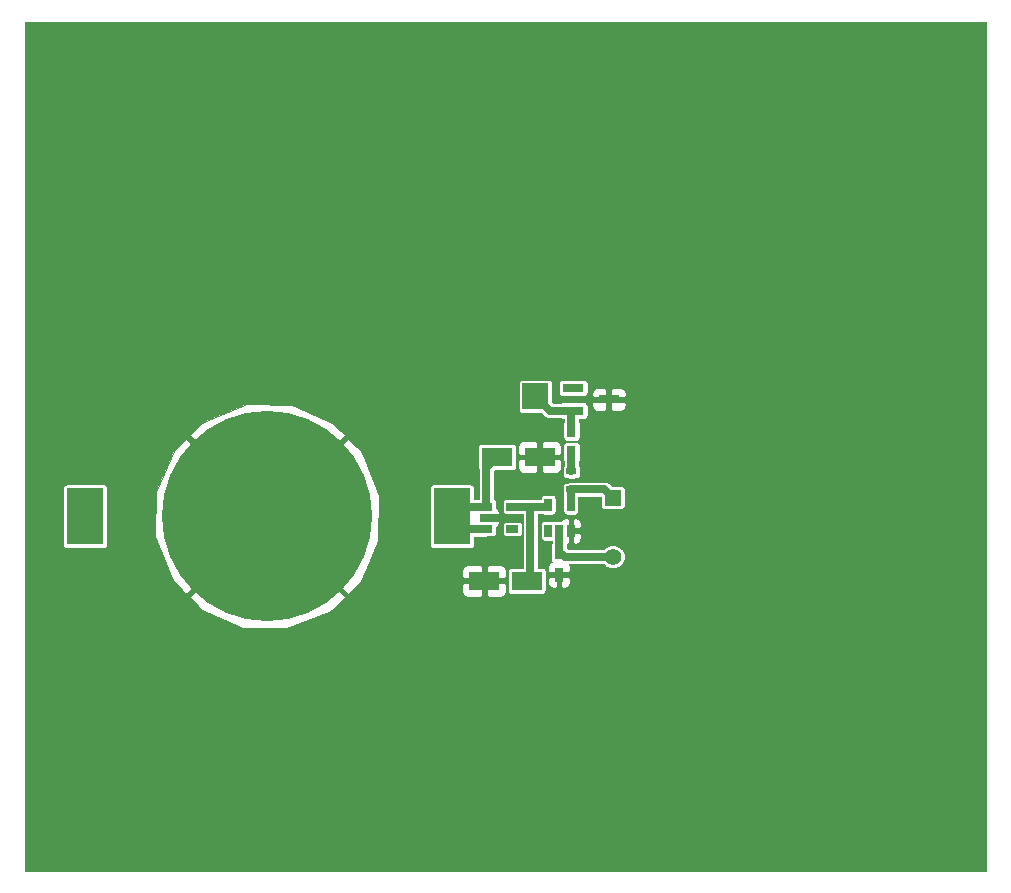
<source format=gbr>
G04 #@! TF.FileFunction,Copper,L1,Top,Signal*
%FSLAX46Y46*%
G04 Gerber Fmt 4.6, Leading zero omitted, Abs format (unit mm)*
G04 Created by KiCad (PCBNEW 4.0.1-stable) date 2/13/2016 12:37:01 PM*
%MOMM*%
G01*
G04 APERTURE LIST*
%ADD10C,0.100000*%
%ADD11R,0.750000X1.200000*%
%ADD12R,1.800860X0.800100*%
%ADD13R,1.400000X1.400000*%
%ADD14C,1.400000*%
%ADD15R,0.900000X0.500000*%
%ADD16R,0.650000X1.060000*%
%ADD17R,1.060000X0.650000*%
%ADD18R,2.600960X1.600200*%
%ADD19R,2.235200X2.235200*%
%ADD20C,17.800000*%
%ADD21R,3.149600X4.780280*%
%ADD22C,0.700000*%
G04 APERTURE END LIST*
D10*
D11*
X172212000Y-104968000D03*
X172212000Y-106868000D03*
D12*
X173441360Y-91061500D03*
X173441360Y-92961500D03*
X176443640Y-92011500D03*
D11*
X173291500Y-96517500D03*
X173291500Y-94617500D03*
D13*
X176784000Y-100330000D03*
D14*
X176784000Y-105330000D03*
D15*
X173291500Y-98119500D03*
X173291500Y-99619500D03*
D16*
X171325500Y-103144500D03*
X172275500Y-103144500D03*
X173225500Y-103144500D03*
X173225500Y-100944500D03*
X171325500Y-100944500D03*
D17*
X166095500Y-101094500D03*
X166095500Y-102044500D03*
X166095500Y-102994500D03*
X168295500Y-102994500D03*
X168295500Y-101094500D03*
D18*
X166982140Y-96901000D03*
X170583860Y-96901000D03*
X169504360Y-107378500D03*
X165902640Y-107378500D03*
D19*
X170243500Y-91757500D03*
D20*
X147537500Y-101917500D03*
D21*
X132118100Y-101917500D03*
X163156900Y-101917500D03*
D22*
X172275500Y-103144500D02*
X172275500Y-104904500D01*
X172275500Y-104904500D02*
X172701000Y-105330000D01*
X172701000Y-105330000D02*
X176784000Y-105330000D01*
X166095500Y-102044500D02*
X167322500Y-102044500D01*
X167322500Y-102044500D02*
X167386000Y-101981000D01*
X173441360Y-92961500D02*
X171447500Y-92961500D01*
X171447500Y-92961500D02*
X170243500Y-91757500D01*
X173291500Y-94617500D02*
X173291500Y-93111360D01*
X173291500Y-93111360D02*
X173441360Y-92961500D01*
X173291500Y-98119500D02*
X173291500Y-96517500D01*
X173291500Y-99619500D02*
X176073500Y-99619500D01*
X176073500Y-99619500D02*
X176784000Y-100330000D01*
X173225500Y-100944500D02*
X173225500Y-99685500D01*
X173225500Y-99685500D02*
X173291500Y-99619500D01*
X169799000Y-101094500D02*
X169799000Y-107083860D01*
X169799000Y-107083860D02*
X169504360Y-107378500D01*
X168295500Y-101094500D02*
X169799000Y-101094500D01*
X169799000Y-101094500D02*
X171175500Y-101094500D01*
X171175500Y-101094500D02*
X171325500Y-100944500D01*
X166095500Y-101094500D02*
X166095500Y-97787640D01*
X166095500Y-97787640D02*
X166982140Y-96901000D01*
X166095500Y-102994500D02*
X164233900Y-102994500D01*
X164233900Y-102994500D02*
X163156900Y-101917500D01*
X166095500Y-101094500D02*
X163979900Y-101094500D01*
X163979900Y-101094500D02*
X163156900Y-101917500D01*
D10*
G36*
X208413000Y-131959000D02*
X126994000Y-131959000D01*
X126994000Y-108773275D01*
X140964568Y-108773275D01*
X142037133Y-109828366D01*
X145483181Y-111331087D01*
X149241980Y-111400674D01*
X152741288Y-110026534D01*
X153037867Y-109828366D01*
X154110432Y-108773275D01*
X147537500Y-102200343D01*
X140964568Y-108773275D01*
X126994000Y-108773275D01*
X126994000Y-99527360D01*
X130237423Y-99527360D01*
X130237423Y-104307640D01*
X130258342Y-104418813D01*
X130324045Y-104520919D01*
X130424297Y-104589418D01*
X130543300Y-104613517D01*
X133692900Y-104613517D01*
X133804073Y-104592598D01*
X133906179Y-104526895D01*
X133974678Y-104426643D01*
X133998777Y-104307640D01*
X133998777Y-103621980D01*
X138054326Y-103621980D01*
X139428466Y-107121288D01*
X139626634Y-107417867D01*
X140681725Y-108490432D01*
X147254657Y-101917500D01*
X147820343Y-101917500D01*
X154393275Y-108490432D01*
X155155090Y-107716000D01*
X164052160Y-107716000D01*
X164052160Y-108288002D01*
X164135892Y-108490150D01*
X164290610Y-108644867D01*
X164492758Y-108728600D01*
X165565140Y-108728600D01*
X165702640Y-108591100D01*
X165702640Y-107578500D01*
X166102640Y-107578500D01*
X166102640Y-108591100D01*
X166240140Y-108728600D01*
X167312522Y-108728600D01*
X167514670Y-108644867D01*
X167669388Y-108490150D01*
X167753120Y-108288002D01*
X167753120Y-107716000D01*
X167615620Y-107578500D01*
X166102640Y-107578500D01*
X165702640Y-107578500D01*
X164189660Y-107578500D01*
X164052160Y-107716000D01*
X155155090Y-107716000D01*
X155448366Y-107417867D01*
X155862140Y-106468998D01*
X164052160Y-106468998D01*
X164052160Y-107041000D01*
X164189660Y-107178500D01*
X165702640Y-107178500D01*
X165702640Y-106165900D01*
X166102640Y-106165900D01*
X166102640Y-107178500D01*
X167615620Y-107178500D01*
X167753120Y-107041000D01*
X167753120Y-106468998D01*
X167669388Y-106266850D01*
X167514670Y-106112133D01*
X167312522Y-106028400D01*
X166240140Y-106028400D01*
X166102640Y-106165900D01*
X165702640Y-106165900D01*
X165565140Y-106028400D01*
X164492758Y-106028400D01*
X164290610Y-106112133D01*
X164135892Y-106266850D01*
X164052160Y-106468998D01*
X155862140Y-106468998D01*
X156951087Y-103971819D01*
X157020674Y-100213020D01*
X156751423Y-99527360D01*
X161276223Y-99527360D01*
X161276223Y-104307640D01*
X161297142Y-104418813D01*
X161362845Y-104520919D01*
X161463097Y-104589418D01*
X161582100Y-104613517D01*
X164731700Y-104613517D01*
X164842873Y-104592598D01*
X164944979Y-104526895D01*
X165013478Y-104426643D01*
X165037577Y-104307640D01*
X165037577Y-103644500D01*
X166095500Y-103644500D01*
X166191638Y-103625377D01*
X166625500Y-103625377D01*
X166736673Y-103604458D01*
X166838779Y-103538755D01*
X166907278Y-103438503D01*
X166931377Y-103319500D01*
X166931377Y-102838117D01*
X166937050Y-102835767D01*
X167091768Y-102681050D01*
X167096552Y-102669500D01*
X167459623Y-102669500D01*
X167459623Y-103319500D01*
X167480542Y-103430673D01*
X167546245Y-103532779D01*
X167646497Y-103601278D01*
X167765500Y-103625377D01*
X168825500Y-103625377D01*
X168936673Y-103604458D01*
X169038779Y-103538755D01*
X169107278Y-103438503D01*
X169131377Y-103319500D01*
X169131377Y-102669500D01*
X169110458Y-102558327D01*
X169044755Y-102456221D01*
X168944503Y-102387722D01*
X168825500Y-102363623D01*
X167765500Y-102363623D01*
X167654327Y-102384542D01*
X167552221Y-102450245D01*
X167483722Y-102550497D01*
X167459623Y-102669500D01*
X167096552Y-102669500D01*
X167175500Y-102478902D01*
X167175500Y-102344500D01*
X167038000Y-102207000D01*
X166295500Y-102207000D01*
X166295500Y-102264500D01*
X165895500Y-102264500D01*
X165895500Y-102207000D01*
X165875500Y-102207000D01*
X165875500Y-101882000D01*
X165895500Y-101882000D01*
X165895500Y-101824500D01*
X166295500Y-101824500D01*
X166295500Y-101882000D01*
X167038000Y-101882000D01*
X167175500Y-101744500D01*
X167175500Y-101610098D01*
X167091768Y-101407950D01*
X166937050Y-101253233D01*
X166931377Y-101250883D01*
X166931377Y-100769500D01*
X167459623Y-100769500D01*
X167459623Y-101419500D01*
X167480542Y-101530673D01*
X167546245Y-101632779D01*
X167646497Y-101701278D01*
X167765500Y-101725377D01*
X168199362Y-101725377D01*
X168295500Y-101744500D01*
X169149000Y-101744500D01*
X169149000Y-106272523D01*
X168203880Y-106272523D01*
X168092707Y-106293442D01*
X167990601Y-106359145D01*
X167922102Y-106459397D01*
X167898003Y-106578400D01*
X167898003Y-108178600D01*
X167918922Y-108289773D01*
X167984625Y-108391879D01*
X168084877Y-108460378D01*
X168203880Y-108484477D01*
X170804840Y-108484477D01*
X170916013Y-108463558D01*
X171018119Y-108397855D01*
X171086618Y-108297603D01*
X171110717Y-108178600D01*
X171110717Y-107205500D01*
X171287000Y-107205500D01*
X171287000Y-107577402D01*
X171370733Y-107779550D01*
X171525450Y-107934268D01*
X171727598Y-108018000D01*
X171887000Y-108018000D01*
X172024500Y-107880500D01*
X172024500Y-107068000D01*
X172399500Y-107068000D01*
X172399500Y-107880500D01*
X172537000Y-108018000D01*
X172696402Y-108018000D01*
X172898550Y-107934268D01*
X173053267Y-107779550D01*
X173137000Y-107577402D01*
X173137000Y-107205500D01*
X172999500Y-107068000D01*
X172399500Y-107068000D01*
X172024500Y-107068000D01*
X171424500Y-107068000D01*
X171287000Y-107205500D01*
X171110717Y-107205500D01*
X171110717Y-106578400D01*
X171089798Y-106467227D01*
X171024095Y-106365121D01*
X170923843Y-106296622D01*
X170804840Y-106272523D01*
X170449000Y-106272523D01*
X170449000Y-102614500D01*
X170694623Y-102614500D01*
X170694623Y-103674500D01*
X170715542Y-103785673D01*
X170781245Y-103887779D01*
X170881497Y-103956278D01*
X171000500Y-103980377D01*
X171625500Y-103980377D01*
X171625500Y-104147600D01*
X171623721Y-104148745D01*
X171555222Y-104248997D01*
X171531123Y-104368000D01*
X171531123Y-105568000D01*
X171552042Y-105679173D01*
X171608713Y-105767243D01*
X171525450Y-105801732D01*
X171370733Y-105956450D01*
X171287000Y-106158598D01*
X171287000Y-106530500D01*
X171424500Y-106668000D01*
X172024500Y-106668000D01*
X172024500Y-106648000D01*
X172399500Y-106648000D01*
X172399500Y-106668000D01*
X172999500Y-106668000D01*
X173137000Y-106530500D01*
X173137000Y-106158598D01*
X173063022Y-105980000D01*
X176019886Y-105980000D01*
X176216806Y-106177264D01*
X176584215Y-106329826D01*
X176982040Y-106330173D01*
X177349714Y-106178253D01*
X177631264Y-105897194D01*
X177783826Y-105529785D01*
X177784173Y-105131960D01*
X177632253Y-104764286D01*
X177351194Y-104482736D01*
X176983785Y-104330174D01*
X176585960Y-104329827D01*
X176218286Y-104481747D01*
X176019687Y-104680000D01*
X172970238Y-104680000D01*
X172925500Y-104635262D01*
X172925500Y-104224500D01*
X173063000Y-104087000D01*
X173063000Y-103344500D01*
X173388000Y-103344500D01*
X173388000Y-104087000D01*
X173525500Y-104224500D01*
X173659902Y-104224500D01*
X173862050Y-104140768D01*
X174016767Y-103986050D01*
X174100500Y-103783902D01*
X174100500Y-103482000D01*
X173963000Y-103344500D01*
X173388000Y-103344500D01*
X173063000Y-103344500D01*
X173005500Y-103344500D01*
X173005500Y-102944500D01*
X173063000Y-102944500D01*
X173063000Y-102202000D01*
X173388000Y-102202000D01*
X173388000Y-102944500D01*
X173963000Y-102944500D01*
X174100500Y-102807000D01*
X174100500Y-102505098D01*
X174016767Y-102302950D01*
X173862050Y-102148232D01*
X173659902Y-102064500D01*
X173525500Y-102064500D01*
X173388000Y-102202000D01*
X173063000Y-102202000D01*
X172925500Y-102064500D01*
X172791098Y-102064500D01*
X172588950Y-102148232D01*
X172434233Y-102302950D01*
X172431883Y-102308623D01*
X171950500Y-102308623D01*
X171839327Y-102329542D01*
X171800971Y-102354223D01*
X171769503Y-102332722D01*
X171650500Y-102308623D01*
X171000500Y-102308623D01*
X170889327Y-102329542D01*
X170787221Y-102395245D01*
X170718722Y-102495497D01*
X170694623Y-102614500D01*
X170449000Y-102614500D01*
X170449000Y-101744500D01*
X170864259Y-101744500D01*
X170881497Y-101756278D01*
X171000500Y-101780377D01*
X171650500Y-101780377D01*
X171761673Y-101759458D01*
X171863779Y-101693755D01*
X171932278Y-101593503D01*
X171956377Y-101474500D01*
X171956377Y-101040636D01*
X171975499Y-100944500D01*
X171956377Y-100848364D01*
X171956377Y-100414500D01*
X171935458Y-100303327D01*
X171869755Y-100201221D01*
X171769503Y-100132722D01*
X171650500Y-100108623D01*
X171000500Y-100108623D01*
X170889327Y-100129542D01*
X170787221Y-100195245D01*
X170718722Y-100295497D01*
X170694623Y-100414500D01*
X170694623Y-100444500D01*
X168295500Y-100444500D01*
X168199362Y-100463623D01*
X167765500Y-100463623D01*
X167654327Y-100484542D01*
X167552221Y-100550245D01*
X167483722Y-100650497D01*
X167459623Y-100769500D01*
X166931377Y-100769500D01*
X166910458Y-100658327D01*
X166844755Y-100556221D01*
X166745500Y-100488403D01*
X166745500Y-99369500D01*
X172535623Y-99369500D01*
X172535623Y-99869500D01*
X172556542Y-99980673D01*
X172575500Y-100010135D01*
X172575500Y-100944500D01*
X172594623Y-101040638D01*
X172594623Y-101474500D01*
X172615542Y-101585673D01*
X172681245Y-101687779D01*
X172781497Y-101756278D01*
X172900500Y-101780377D01*
X173550500Y-101780377D01*
X173661673Y-101759458D01*
X173763779Y-101693755D01*
X173832278Y-101593503D01*
X173856377Y-101474500D01*
X173856377Y-101040638D01*
X173875500Y-100944500D01*
X173875500Y-100269500D01*
X175778123Y-100269500D01*
X175778123Y-101030000D01*
X175799042Y-101141173D01*
X175864745Y-101243279D01*
X175964997Y-101311778D01*
X176084000Y-101335877D01*
X177484000Y-101335877D01*
X177595173Y-101314958D01*
X177697279Y-101249255D01*
X177765778Y-101149003D01*
X177789877Y-101030000D01*
X177789877Y-99630000D01*
X177768958Y-99518827D01*
X177703255Y-99416721D01*
X177603003Y-99348222D01*
X177484000Y-99324123D01*
X176697361Y-99324123D01*
X176533119Y-99159881D01*
X176322245Y-99018978D01*
X176280976Y-99010769D01*
X176073500Y-98969500D01*
X173291500Y-98969500D01*
X173084024Y-99010769D01*
X173042755Y-99018978D01*
X172975940Y-99063623D01*
X172841500Y-99063623D01*
X172730327Y-99084542D01*
X172628221Y-99150245D01*
X172559722Y-99250497D01*
X172535623Y-99369500D01*
X166745500Y-99369500D01*
X166745500Y-98056878D01*
X166795401Y-98006977D01*
X168282620Y-98006977D01*
X168393793Y-97986058D01*
X168495899Y-97920355D01*
X168564398Y-97820103D01*
X168588497Y-97701100D01*
X168588497Y-97238500D01*
X168733380Y-97238500D01*
X168733380Y-97810502D01*
X168817112Y-98012650D01*
X168971830Y-98167367D01*
X169173978Y-98251100D01*
X170246360Y-98251100D01*
X170383860Y-98113600D01*
X170383860Y-97101000D01*
X170783860Y-97101000D01*
X170783860Y-98113600D01*
X170921360Y-98251100D01*
X171993742Y-98251100D01*
X172195890Y-98167367D01*
X172350608Y-98012650D01*
X172409902Y-97869500D01*
X172535623Y-97869500D01*
X172535623Y-98369500D01*
X172556542Y-98480673D01*
X172622245Y-98582779D01*
X172722497Y-98651278D01*
X172841500Y-98675377D01*
X172975940Y-98675377D01*
X173042756Y-98720022D01*
X173291500Y-98769500D01*
X173540244Y-98720022D01*
X173607060Y-98675377D01*
X173741500Y-98675377D01*
X173852673Y-98654458D01*
X173954779Y-98588755D01*
X174023278Y-98488503D01*
X174047377Y-98369500D01*
X174047377Y-97869500D01*
X174026458Y-97758327D01*
X173960755Y-97656221D01*
X173941500Y-97643065D01*
X173941500Y-97246423D01*
X173948278Y-97236503D01*
X173972377Y-97117500D01*
X173972377Y-95917500D01*
X173951458Y-95806327D01*
X173885755Y-95704221D01*
X173785503Y-95635722D01*
X173666500Y-95611623D01*
X172916500Y-95611623D01*
X172805327Y-95632542D01*
X172703221Y-95698245D01*
X172634722Y-95798497D01*
X172610623Y-95917500D01*
X172610623Y-97117500D01*
X172631542Y-97228673D01*
X172641500Y-97244148D01*
X172641500Y-97641700D01*
X172628221Y-97650245D01*
X172559722Y-97750497D01*
X172535623Y-97869500D01*
X172409902Y-97869500D01*
X172434340Y-97810502D01*
X172434340Y-97238500D01*
X172296840Y-97101000D01*
X170783860Y-97101000D01*
X170383860Y-97101000D01*
X168870880Y-97101000D01*
X168733380Y-97238500D01*
X168588497Y-97238500D01*
X168588497Y-96100900D01*
X168567912Y-95991498D01*
X168733380Y-95991498D01*
X168733380Y-96563500D01*
X168870880Y-96701000D01*
X170383860Y-96701000D01*
X170383860Y-95688400D01*
X170783860Y-95688400D01*
X170783860Y-96701000D01*
X172296840Y-96701000D01*
X172434340Y-96563500D01*
X172434340Y-95991498D01*
X172350608Y-95789350D01*
X172195890Y-95634633D01*
X171993742Y-95550900D01*
X170921360Y-95550900D01*
X170783860Y-95688400D01*
X170383860Y-95688400D01*
X170246360Y-95550900D01*
X169173978Y-95550900D01*
X168971830Y-95634633D01*
X168817112Y-95789350D01*
X168733380Y-95991498D01*
X168567912Y-95991498D01*
X168567578Y-95989727D01*
X168501875Y-95887621D01*
X168401623Y-95819122D01*
X168282620Y-95795023D01*
X165681660Y-95795023D01*
X165570487Y-95815942D01*
X165468381Y-95881645D01*
X165399882Y-95981897D01*
X165375783Y-96100900D01*
X165375783Y-97701100D01*
X165396702Y-97812273D01*
X165445500Y-97888108D01*
X165445500Y-100444500D01*
X165037577Y-100444500D01*
X165037577Y-99527360D01*
X165016658Y-99416187D01*
X164950955Y-99314081D01*
X164850703Y-99245582D01*
X164731700Y-99221483D01*
X161582100Y-99221483D01*
X161470927Y-99242402D01*
X161368821Y-99308105D01*
X161300322Y-99408357D01*
X161276223Y-99527360D01*
X156751423Y-99527360D01*
X155646534Y-96713712D01*
X155448366Y-96417133D01*
X154393275Y-95344568D01*
X147820343Y-101917500D01*
X147254657Y-101917500D01*
X140681725Y-95344568D01*
X139626634Y-96417133D01*
X138123913Y-99863181D01*
X138054326Y-103621980D01*
X133998777Y-103621980D01*
X133998777Y-99527360D01*
X133977858Y-99416187D01*
X133912155Y-99314081D01*
X133811903Y-99245582D01*
X133692900Y-99221483D01*
X130543300Y-99221483D01*
X130432127Y-99242402D01*
X130330021Y-99308105D01*
X130261522Y-99408357D01*
X130237423Y-99527360D01*
X126994000Y-99527360D01*
X126994000Y-95061725D01*
X140964568Y-95061725D01*
X147537500Y-101634657D01*
X154110432Y-95061725D01*
X153037867Y-94006634D01*
X149591819Y-92503913D01*
X145833020Y-92434326D01*
X142333712Y-93808466D01*
X142037133Y-94006634D01*
X140964568Y-95061725D01*
X126994000Y-95061725D01*
X126994000Y-90639900D01*
X168820023Y-90639900D01*
X168820023Y-92875100D01*
X168840942Y-92986273D01*
X168906645Y-93088379D01*
X169006897Y-93156878D01*
X169125900Y-93180977D01*
X170747739Y-93180977D01*
X170987881Y-93421119D01*
X171198755Y-93562022D01*
X171240024Y-93570231D01*
X171447500Y-93611500D01*
X172375345Y-93611500D01*
X172421927Y-93643328D01*
X172540930Y-93667427D01*
X172641500Y-93667427D01*
X172641500Y-93888577D01*
X172634722Y-93898497D01*
X172610623Y-94017500D01*
X172610623Y-95217500D01*
X172631542Y-95328673D01*
X172697245Y-95430779D01*
X172797497Y-95499278D01*
X172916500Y-95523377D01*
X173666500Y-95523377D01*
X173777673Y-95502458D01*
X173879779Y-95436755D01*
X173948278Y-95336503D01*
X173972377Y-95217500D01*
X173972377Y-94017500D01*
X173951458Y-93906327D01*
X173941500Y-93890852D01*
X173941500Y-93667427D01*
X174341790Y-93667427D01*
X174452963Y-93646508D01*
X174555069Y-93580805D01*
X174623568Y-93480553D01*
X174647667Y-93361550D01*
X174647667Y-92561450D01*
X174626748Y-92450277D01*
X174561579Y-92349000D01*
X174993210Y-92349000D01*
X174993210Y-92520952D01*
X175076943Y-92723100D01*
X175231660Y-92877818D01*
X175433808Y-92961550D01*
X176106140Y-92961550D01*
X176243640Y-92824050D01*
X176243640Y-92211500D01*
X176643640Y-92211500D01*
X176643640Y-92824050D01*
X176781140Y-92961550D01*
X177453472Y-92961550D01*
X177655620Y-92877818D01*
X177810337Y-92723100D01*
X177894070Y-92520952D01*
X177894070Y-92349000D01*
X177756570Y-92211500D01*
X176643640Y-92211500D01*
X176243640Y-92211500D01*
X175130710Y-92211500D01*
X174993210Y-92349000D01*
X174561579Y-92349000D01*
X174561045Y-92348171D01*
X174460793Y-92279672D01*
X174341790Y-92255573D01*
X172540930Y-92255573D01*
X172429757Y-92276492D01*
X172375353Y-92311500D01*
X171716738Y-92311500D01*
X171666977Y-92261739D01*
X171666977Y-90661450D01*
X172235053Y-90661450D01*
X172235053Y-91461550D01*
X172255972Y-91572723D01*
X172321675Y-91674829D01*
X172421927Y-91743328D01*
X172540930Y-91767427D01*
X174341790Y-91767427D01*
X174452963Y-91746508D01*
X174555069Y-91680805D01*
X174623568Y-91580553D01*
X174639465Y-91502048D01*
X174993210Y-91502048D01*
X174993210Y-91674000D01*
X175130710Y-91811500D01*
X176243640Y-91811500D01*
X176243640Y-91198950D01*
X176643640Y-91198950D01*
X176643640Y-91811500D01*
X177756570Y-91811500D01*
X177894070Y-91674000D01*
X177894070Y-91502048D01*
X177810337Y-91299900D01*
X177655620Y-91145182D01*
X177453472Y-91061450D01*
X176781140Y-91061450D01*
X176643640Y-91198950D01*
X176243640Y-91198950D01*
X176106140Y-91061450D01*
X175433808Y-91061450D01*
X175231660Y-91145182D01*
X175076943Y-91299900D01*
X174993210Y-91502048D01*
X174639465Y-91502048D01*
X174647667Y-91461550D01*
X174647667Y-90661450D01*
X174626748Y-90550277D01*
X174561045Y-90448171D01*
X174460793Y-90379672D01*
X174341790Y-90355573D01*
X172540930Y-90355573D01*
X172429757Y-90376492D01*
X172327651Y-90442195D01*
X172259152Y-90542447D01*
X172235053Y-90661450D01*
X171666977Y-90661450D01*
X171666977Y-90639900D01*
X171646058Y-90528727D01*
X171580355Y-90426621D01*
X171480103Y-90358122D01*
X171361100Y-90334023D01*
X169125900Y-90334023D01*
X169014727Y-90354942D01*
X168912621Y-90420645D01*
X168844122Y-90520897D01*
X168820023Y-90639900D01*
X126994000Y-90639900D01*
X126994000Y-60065000D01*
X208413000Y-60065000D01*
X208413000Y-131959000D01*
X208413000Y-131959000D01*
G37*
X208413000Y-131959000D02*
X126994000Y-131959000D01*
X126994000Y-108773275D01*
X140964568Y-108773275D01*
X142037133Y-109828366D01*
X145483181Y-111331087D01*
X149241980Y-111400674D01*
X152741288Y-110026534D01*
X153037867Y-109828366D01*
X154110432Y-108773275D01*
X147537500Y-102200343D01*
X140964568Y-108773275D01*
X126994000Y-108773275D01*
X126994000Y-99527360D01*
X130237423Y-99527360D01*
X130237423Y-104307640D01*
X130258342Y-104418813D01*
X130324045Y-104520919D01*
X130424297Y-104589418D01*
X130543300Y-104613517D01*
X133692900Y-104613517D01*
X133804073Y-104592598D01*
X133906179Y-104526895D01*
X133974678Y-104426643D01*
X133998777Y-104307640D01*
X133998777Y-103621980D01*
X138054326Y-103621980D01*
X139428466Y-107121288D01*
X139626634Y-107417867D01*
X140681725Y-108490432D01*
X147254657Y-101917500D01*
X147820343Y-101917500D01*
X154393275Y-108490432D01*
X155155090Y-107716000D01*
X164052160Y-107716000D01*
X164052160Y-108288002D01*
X164135892Y-108490150D01*
X164290610Y-108644867D01*
X164492758Y-108728600D01*
X165565140Y-108728600D01*
X165702640Y-108591100D01*
X165702640Y-107578500D01*
X166102640Y-107578500D01*
X166102640Y-108591100D01*
X166240140Y-108728600D01*
X167312522Y-108728600D01*
X167514670Y-108644867D01*
X167669388Y-108490150D01*
X167753120Y-108288002D01*
X167753120Y-107716000D01*
X167615620Y-107578500D01*
X166102640Y-107578500D01*
X165702640Y-107578500D01*
X164189660Y-107578500D01*
X164052160Y-107716000D01*
X155155090Y-107716000D01*
X155448366Y-107417867D01*
X155862140Y-106468998D01*
X164052160Y-106468998D01*
X164052160Y-107041000D01*
X164189660Y-107178500D01*
X165702640Y-107178500D01*
X165702640Y-106165900D01*
X166102640Y-106165900D01*
X166102640Y-107178500D01*
X167615620Y-107178500D01*
X167753120Y-107041000D01*
X167753120Y-106468998D01*
X167669388Y-106266850D01*
X167514670Y-106112133D01*
X167312522Y-106028400D01*
X166240140Y-106028400D01*
X166102640Y-106165900D01*
X165702640Y-106165900D01*
X165565140Y-106028400D01*
X164492758Y-106028400D01*
X164290610Y-106112133D01*
X164135892Y-106266850D01*
X164052160Y-106468998D01*
X155862140Y-106468998D01*
X156951087Y-103971819D01*
X157020674Y-100213020D01*
X156751423Y-99527360D01*
X161276223Y-99527360D01*
X161276223Y-104307640D01*
X161297142Y-104418813D01*
X161362845Y-104520919D01*
X161463097Y-104589418D01*
X161582100Y-104613517D01*
X164731700Y-104613517D01*
X164842873Y-104592598D01*
X164944979Y-104526895D01*
X165013478Y-104426643D01*
X165037577Y-104307640D01*
X165037577Y-103644500D01*
X166095500Y-103644500D01*
X166191638Y-103625377D01*
X166625500Y-103625377D01*
X166736673Y-103604458D01*
X166838779Y-103538755D01*
X166907278Y-103438503D01*
X166931377Y-103319500D01*
X166931377Y-102838117D01*
X166937050Y-102835767D01*
X167091768Y-102681050D01*
X167096552Y-102669500D01*
X167459623Y-102669500D01*
X167459623Y-103319500D01*
X167480542Y-103430673D01*
X167546245Y-103532779D01*
X167646497Y-103601278D01*
X167765500Y-103625377D01*
X168825500Y-103625377D01*
X168936673Y-103604458D01*
X169038779Y-103538755D01*
X169107278Y-103438503D01*
X169131377Y-103319500D01*
X169131377Y-102669500D01*
X169110458Y-102558327D01*
X169044755Y-102456221D01*
X168944503Y-102387722D01*
X168825500Y-102363623D01*
X167765500Y-102363623D01*
X167654327Y-102384542D01*
X167552221Y-102450245D01*
X167483722Y-102550497D01*
X167459623Y-102669500D01*
X167096552Y-102669500D01*
X167175500Y-102478902D01*
X167175500Y-102344500D01*
X167038000Y-102207000D01*
X166295500Y-102207000D01*
X166295500Y-102264500D01*
X165895500Y-102264500D01*
X165895500Y-102207000D01*
X165875500Y-102207000D01*
X165875500Y-101882000D01*
X165895500Y-101882000D01*
X165895500Y-101824500D01*
X166295500Y-101824500D01*
X166295500Y-101882000D01*
X167038000Y-101882000D01*
X167175500Y-101744500D01*
X167175500Y-101610098D01*
X167091768Y-101407950D01*
X166937050Y-101253233D01*
X166931377Y-101250883D01*
X166931377Y-100769500D01*
X167459623Y-100769500D01*
X167459623Y-101419500D01*
X167480542Y-101530673D01*
X167546245Y-101632779D01*
X167646497Y-101701278D01*
X167765500Y-101725377D01*
X168199362Y-101725377D01*
X168295500Y-101744500D01*
X169149000Y-101744500D01*
X169149000Y-106272523D01*
X168203880Y-106272523D01*
X168092707Y-106293442D01*
X167990601Y-106359145D01*
X167922102Y-106459397D01*
X167898003Y-106578400D01*
X167898003Y-108178600D01*
X167918922Y-108289773D01*
X167984625Y-108391879D01*
X168084877Y-108460378D01*
X168203880Y-108484477D01*
X170804840Y-108484477D01*
X170916013Y-108463558D01*
X171018119Y-108397855D01*
X171086618Y-108297603D01*
X171110717Y-108178600D01*
X171110717Y-107205500D01*
X171287000Y-107205500D01*
X171287000Y-107577402D01*
X171370733Y-107779550D01*
X171525450Y-107934268D01*
X171727598Y-108018000D01*
X171887000Y-108018000D01*
X172024500Y-107880500D01*
X172024500Y-107068000D01*
X172399500Y-107068000D01*
X172399500Y-107880500D01*
X172537000Y-108018000D01*
X172696402Y-108018000D01*
X172898550Y-107934268D01*
X173053267Y-107779550D01*
X173137000Y-107577402D01*
X173137000Y-107205500D01*
X172999500Y-107068000D01*
X172399500Y-107068000D01*
X172024500Y-107068000D01*
X171424500Y-107068000D01*
X171287000Y-107205500D01*
X171110717Y-107205500D01*
X171110717Y-106578400D01*
X171089798Y-106467227D01*
X171024095Y-106365121D01*
X170923843Y-106296622D01*
X170804840Y-106272523D01*
X170449000Y-106272523D01*
X170449000Y-102614500D01*
X170694623Y-102614500D01*
X170694623Y-103674500D01*
X170715542Y-103785673D01*
X170781245Y-103887779D01*
X170881497Y-103956278D01*
X171000500Y-103980377D01*
X171625500Y-103980377D01*
X171625500Y-104147600D01*
X171623721Y-104148745D01*
X171555222Y-104248997D01*
X171531123Y-104368000D01*
X171531123Y-105568000D01*
X171552042Y-105679173D01*
X171608713Y-105767243D01*
X171525450Y-105801732D01*
X171370733Y-105956450D01*
X171287000Y-106158598D01*
X171287000Y-106530500D01*
X171424500Y-106668000D01*
X172024500Y-106668000D01*
X172024500Y-106648000D01*
X172399500Y-106648000D01*
X172399500Y-106668000D01*
X172999500Y-106668000D01*
X173137000Y-106530500D01*
X173137000Y-106158598D01*
X173063022Y-105980000D01*
X176019886Y-105980000D01*
X176216806Y-106177264D01*
X176584215Y-106329826D01*
X176982040Y-106330173D01*
X177349714Y-106178253D01*
X177631264Y-105897194D01*
X177783826Y-105529785D01*
X177784173Y-105131960D01*
X177632253Y-104764286D01*
X177351194Y-104482736D01*
X176983785Y-104330174D01*
X176585960Y-104329827D01*
X176218286Y-104481747D01*
X176019687Y-104680000D01*
X172970238Y-104680000D01*
X172925500Y-104635262D01*
X172925500Y-104224500D01*
X173063000Y-104087000D01*
X173063000Y-103344500D01*
X173388000Y-103344500D01*
X173388000Y-104087000D01*
X173525500Y-104224500D01*
X173659902Y-104224500D01*
X173862050Y-104140768D01*
X174016767Y-103986050D01*
X174100500Y-103783902D01*
X174100500Y-103482000D01*
X173963000Y-103344500D01*
X173388000Y-103344500D01*
X173063000Y-103344500D01*
X173005500Y-103344500D01*
X173005500Y-102944500D01*
X173063000Y-102944500D01*
X173063000Y-102202000D01*
X173388000Y-102202000D01*
X173388000Y-102944500D01*
X173963000Y-102944500D01*
X174100500Y-102807000D01*
X174100500Y-102505098D01*
X174016767Y-102302950D01*
X173862050Y-102148232D01*
X173659902Y-102064500D01*
X173525500Y-102064500D01*
X173388000Y-102202000D01*
X173063000Y-102202000D01*
X172925500Y-102064500D01*
X172791098Y-102064500D01*
X172588950Y-102148232D01*
X172434233Y-102302950D01*
X172431883Y-102308623D01*
X171950500Y-102308623D01*
X171839327Y-102329542D01*
X171800971Y-102354223D01*
X171769503Y-102332722D01*
X171650500Y-102308623D01*
X171000500Y-102308623D01*
X170889327Y-102329542D01*
X170787221Y-102395245D01*
X170718722Y-102495497D01*
X170694623Y-102614500D01*
X170449000Y-102614500D01*
X170449000Y-101744500D01*
X170864259Y-101744500D01*
X170881497Y-101756278D01*
X171000500Y-101780377D01*
X171650500Y-101780377D01*
X171761673Y-101759458D01*
X171863779Y-101693755D01*
X171932278Y-101593503D01*
X171956377Y-101474500D01*
X171956377Y-101040636D01*
X171975499Y-100944500D01*
X171956377Y-100848364D01*
X171956377Y-100414500D01*
X171935458Y-100303327D01*
X171869755Y-100201221D01*
X171769503Y-100132722D01*
X171650500Y-100108623D01*
X171000500Y-100108623D01*
X170889327Y-100129542D01*
X170787221Y-100195245D01*
X170718722Y-100295497D01*
X170694623Y-100414500D01*
X170694623Y-100444500D01*
X168295500Y-100444500D01*
X168199362Y-100463623D01*
X167765500Y-100463623D01*
X167654327Y-100484542D01*
X167552221Y-100550245D01*
X167483722Y-100650497D01*
X167459623Y-100769500D01*
X166931377Y-100769500D01*
X166910458Y-100658327D01*
X166844755Y-100556221D01*
X166745500Y-100488403D01*
X166745500Y-99369500D01*
X172535623Y-99369500D01*
X172535623Y-99869500D01*
X172556542Y-99980673D01*
X172575500Y-100010135D01*
X172575500Y-100944500D01*
X172594623Y-101040638D01*
X172594623Y-101474500D01*
X172615542Y-101585673D01*
X172681245Y-101687779D01*
X172781497Y-101756278D01*
X172900500Y-101780377D01*
X173550500Y-101780377D01*
X173661673Y-101759458D01*
X173763779Y-101693755D01*
X173832278Y-101593503D01*
X173856377Y-101474500D01*
X173856377Y-101040638D01*
X173875500Y-100944500D01*
X173875500Y-100269500D01*
X175778123Y-100269500D01*
X175778123Y-101030000D01*
X175799042Y-101141173D01*
X175864745Y-101243279D01*
X175964997Y-101311778D01*
X176084000Y-101335877D01*
X177484000Y-101335877D01*
X177595173Y-101314958D01*
X177697279Y-101249255D01*
X177765778Y-101149003D01*
X177789877Y-101030000D01*
X177789877Y-99630000D01*
X177768958Y-99518827D01*
X177703255Y-99416721D01*
X177603003Y-99348222D01*
X177484000Y-99324123D01*
X176697361Y-99324123D01*
X176533119Y-99159881D01*
X176322245Y-99018978D01*
X176280976Y-99010769D01*
X176073500Y-98969500D01*
X173291500Y-98969500D01*
X173084024Y-99010769D01*
X173042755Y-99018978D01*
X172975940Y-99063623D01*
X172841500Y-99063623D01*
X172730327Y-99084542D01*
X172628221Y-99150245D01*
X172559722Y-99250497D01*
X172535623Y-99369500D01*
X166745500Y-99369500D01*
X166745500Y-98056878D01*
X166795401Y-98006977D01*
X168282620Y-98006977D01*
X168393793Y-97986058D01*
X168495899Y-97920355D01*
X168564398Y-97820103D01*
X168588497Y-97701100D01*
X168588497Y-97238500D01*
X168733380Y-97238500D01*
X168733380Y-97810502D01*
X168817112Y-98012650D01*
X168971830Y-98167367D01*
X169173978Y-98251100D01*
X170246360Y-98251100D01*
X170383860Y-98113600D01*
X170383860Y-97101000D01*
X170783860Y-97101000D01*
X170783860Y-98113600D01*
X170921360Y-98251100D01*
X171993742Y-98251100D01*
X172195890Y-98167367D01*
X172350608Y-98012650D01*
X172409902Y-97869500D01*
X172535623Y-97869500D01*
X172535623Y-98369500D01*
X172556542Y-98480673D01*
X172622245Y-98582779D01*
X172722497Y-98651278D01*
X172841500Y-98675377D01*
X172975940Y-98675377D01*
X173042756Y-98720022D01*
X173291500Y-98769500D01*
X173540244Y-98720022D01*
X173607060Y-98675377D01*
X173741500Y-98675377D01*
X173852673Y-98654458D01*
X173954779Y-98588755D01*
X174023278Y-98488503D01*
X174047377Y-98369500D01*
X174047377Y-97869500D01*
X174026458Y-97758327D01*
X173960755Y-97656221D01*
X173941500Y-97643065D01*
X173941500Y-97246423D01*
X173948278Y-97236503D01*
X173972377Y-97117500D01*
X173972377Y-95917500D01*
X173951458Y-95806327D01*
X173885755Y-95704221D01*
X173785503Y-95635722D01*
X173666500Y-95611623D01*
X172916500Y-95611623D01*
X172805327Y-95632542D01*
X172703221Y-95698245D01*
X172634722Y-95798497D01*
X172610623Y-95917500D01*
X172610623Y-97117500D01*
X172631542Y-97228673D01*
X172641500Y-97244148D01*
X172641500Y-97641700D01*
X172628221Y-97650245D01*
X172559722Y-97750497D01*
X172535623Y-97869500D01*
X172409902Y-97869500D01*
X172434340Y-97810502D01*
X172434340Y-97238500D01*
X172296840Y-97101000D01*
X170783860Y-97101000D01*
X170383860Y-97101000D01*
X168870880Y-97101000D01*
X168733380Y-97238500D01*
X168588497Y-97238500D01*
X168588497Y-96100900D01*
X168567912Y-95991498D01*
X168733380Y-95991498D01*
X168733380Y-96563500D01*
X168870880Y-96701000D01*
X170383860Y-96701000D01*
X170383860Y-95688400D01*
X170783860Y-95688400D01*
X170783860Y-96701000D01*
X172296840Y-96701000D01*
X172434340Y-96563500D01*
X172434340Y-95991498D01*
X172350608Y-95789350D01*
X172195890Y-95634633D01*
X171993742Y-95550900D01*
X170921360Y-95550900D01*
X170783860Y-95688400D01*
X170383860Y-95688400D01*
X170246360Y-95550900D01*
X169173978Y-95550900D01*
X168971830Y-95634633D01*
X168817112Y-95789350D01*
X168733380Y-95991498D01*
X168567912Y-95991498D01*
X168567578Y-95989727D01*
X168501875Y-95887621D01*
X168401623Y-95819122D01*
X168282620Y-95795023D01*
X165681660Y-95795023D01*
X165570487Y-95815942D01*
X165468381Y-95881645D01*
X165399882Y-95981897D01*
X165375783Y-96100900D01*
X165375783Y-97701100D01*
X165396702Y-97812273D01*
X165445500Y-97888108D01*
X165445500Y-100444500D01*
X165037577Y-100444500D01*
X165037577Y-99527360D01*
X165016658Y-99416187D01*
X164950955Y-99314081D01*
X164850703Y-99245582D01*
X164731700Y-99221483D01*
X161582100Y-99221483D01*
X161470927Y-99242402D01*
X161368821Y-99308105D01*
X161300322Y-99408357D01*
X161276223Y-99527360D01*
X156751423Y-99527360D01*
X155646534Y-96713712D01*
X155448366Y-96417133D01*
X154393275Y-95344568D01*
X147820343Y-101917500D01*
X147254657Y-101917500D01*
X140681725Y-95344568D01*
X139626634Y-96417133D01*
X138123913Y-99863181D01*
X138054326Y-103621980D01*
X133998777Y-103621980D01*
X133998777Y-99527360D01*
X133977858Y-99416187D01*
X133912155Y-99314081D01*
X133811903Y-99245582D01*
X133692900Y-99221483D01*
X130543300Y-99221483D01*
X130432127Y-99242402D01*
X130330021Y-99308105D01*
X130261522Y-99408357D01*
X130237423Y-99527360D01*
X126994000Y-99527360D01*
X126994000Y-95061725D01*
X140964568Y-95061725D01*
X147537500Y-101634657D01*
X154110432Y-95061725D01*
X153037867Y-94006634D01*
X149591819Y-92503913D01*
X145833020Y-92434326D01*
X142333712Y-93808466D01*
X142037133Y-94006634D01*
X140964568Y-95061725D01*
X126994000Y-95061725D01*
X126994000Y-90639900D01*
X168820023Y-90639900D01*
X168820023Y-92875100D01*
X168840942Y-92986273D01*
X168906645Y-93088379D01*
X169006897Y-93156878D01*
X169125900Y-93180977D01*
X170747739Y-93180977D01*
X170987881Y-93421119D01*
X171198755Y-93562022D01*
X171240024Y-93570231D01*
X171447500Y-93611500D01*
X172375345Y-93611500D01*
X172421927Y-93643328D01*
X172540930Y-93667427D01*
X172641500Y-93667427D01*
X172641500Y-93888577D01*
X172634722Y-93898497D01*
X172610623Y-94017500D01*
X172610623Y-95217500D01*
X172631542Y-95328673D01*
X172697245Y-95430779D01*
X172797497Y-95499278D01*
X172916500Y-95523377D01*
X173666500Y-95523377D01*
X173777673Y-95502458D01*
X173879779Y-95436755D01*
X173948278Y-95336503D01*
X173972377Y-95217500D01*
X173972377Y-94017500D01*
X173951458Y-93906327D01*
X173941500Y-93890852D01*
X173941500Y-93667427D01*
X174341790Y-93667427D01*
X174452963Y-93646508D01*
X174555069Y-93580805D01*
X174623568Y-93480553D01*
X174647667Y-93361550D01*
X174647667Y-92561450D01*
X174626748Y-92450277D01*
X174561579Y-92349000D01*
X174993210Y-92349000D01*
X174993210Y-92520952D01*
X175076943Y-92723100D01*
X175231660Y-92877818D01*
X175433808Y-92961550D01*
X176106140Y-92961550D01*
X176243640Y-92824050D01*
X176243640Y-92211500D01*
X176643640Y-92211500D01*
X176643640Y-92824050D01*
X176781140Y-92961550D01*
X177453472Y-92961550D01*
X177655620Y-92877818D01*
X177810337Y-92723100D01*
X177894070Y-92520952D01*
X177894070Y-92349000D01*
X177756570Y-92211500D01*
X176643640Y-92211500D01*
X176243640Y-92211500D01*
X175130710Y-92211500D01*
X174993210Y-92349000D01*
X174561579Y-92349000D01*
X174561045Y-92348171D01*
X174460793Y-92279672D01*
X174341790Y-92255573D01*
X172540930Y-92255573D01*
X172429757Y-92276492D01*
X172375353Y-92311500D01*
X171716738Y-92311500D01*
X171666977Y-92261739D01*
X171666977Y-90661450D01*
X172235053Y-90661450D01*
X172235053Y-91461550D01*
X172255972Y-91572723D01*
X172321675Y-91674829D01*
X172421927Y-91743328D01*
X172540930Y-91767427D01*
X174341790Y-91767427D01*
X174452963Y-91746508D01*
X174555069Y-91680805D01*
X174623568Y-91580553D01*
X174639465Y-91502048D01*
X174993210Y-91502048D01*
X174993210Y-91674000D01*
X175130710Y-91811500D01*
X176243640Y-91811500D01*
X176243640Y-91198950D01*
X176643640Y-91198950D01*
X176643640Y-91811500D01*
X177756570Y-91811500D01*
X177894070Y-91674000D01*
X177894070Y-91502048D01*
X177810337Y-91299900D01*
X177655620Y-91145182D01*
X177453472Y-91061450D01*
X176781140Y-91061450D01*
X176643640Y-91198950D01*
X176243640Y-91198950D01*
X176106140Y-91061450D01*
X175433808Y-91061450D01*
X175231660Y-91145182D01*
X175076943Y-91299900D01*
X174993210Y-91502048D01*
X174639465Y-91502048D01*
X174647667Y-91461550D01*
X174647667Y-90661450D01*
X174626748Y-90550277D01*
X174561045Y-90448171D01*
X174460793Y-90379672D01*
X174341790Y-90355573D01*
X172540930Y-90355573D01*
X172429757Y-90376492D01*
X172327651Y-90442195D01*
X172259152Y-90542447D01*
X172235053Y-90661450D01*
X171666977Y-90661450D01*
X171666977Y-90639900D01*
X171646058Y-90528727D01*
X171580355Y-90426621D01*
X171480103Y-90358122D01*
X171361100Y-90334023D01*
X169125900Y-90334023D01*
X169014727Y-90354942D01*
X168912621Y-90420645D01*
X168844122Y-90520897D01*
X168820023Y-90639900D01*
X126994000Y-90639900D01*
X126994000Y-60065000D01*
X208413000Y-60065000D01*
X208413000Y-131959000D01*
M02*

</source>
